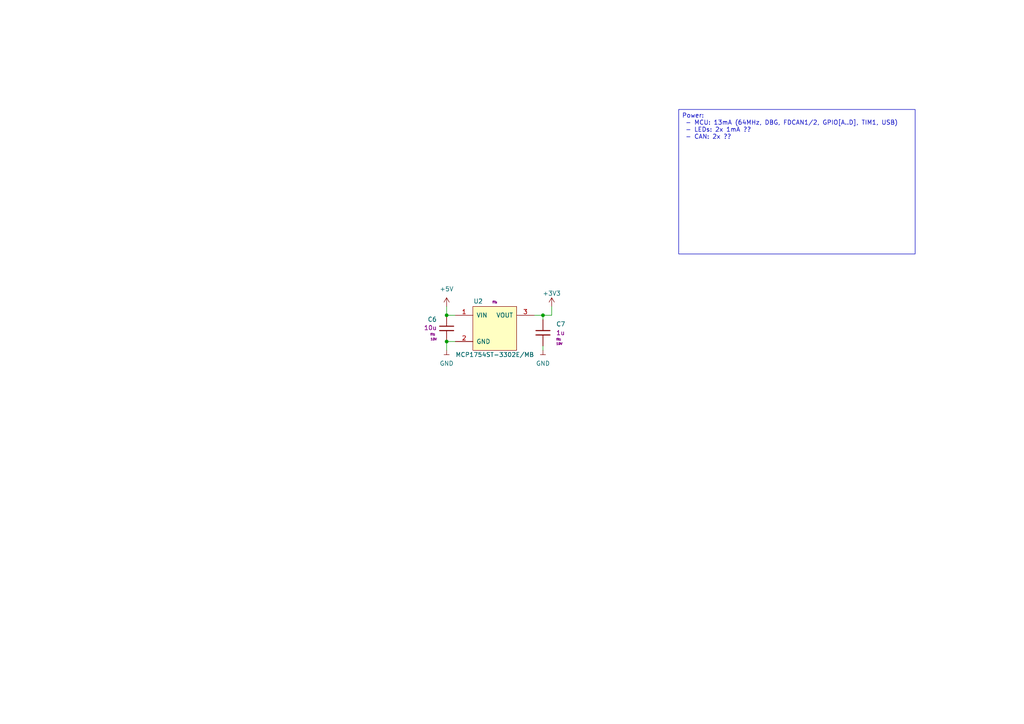
<source format=kicad_sch>
(kicad_sch (version 20231120) (generator "eeschema") (generator_version "8.0")
  (paper "A4")
  (title_block (title "Power") (date "2023-06-16") (rev "R${release}") (company "${company}") (comment 1 "${release_state}") (comment 2 "${prefix}-S${type_number}-R${release}-V${sch_variant}-C${sch_ci}") (comment 3 "hardware/${prefix}-S${type_number}_${short_desciption}"))
  (lib_symbols
    (symbol "Cap_10Percent_E24_0805_X7R_X7S_multipleV_-40C-125C:10u_0805_X7R_10%_10V_-40C..125C_Chip-Capacitor" (pin_numbers hide) (pin_names (offset 0.254))
      (property "Reference" "C" (at 0.635 2.54 0))
      (property "DisplayValue" "10u" (at 0.635 -2.54 0))
      (property "Fit" "fit: " (at 7.62 -3.81 0))
      (property "CapRatedVoltage" "10V" (at 0 0 0))
      (symbol "10u_0805_X7R_10%_10V_-40C..125C_Chip-Capacitor_0_1"
        (polyline (pts (xy -2.032 -0.635) (xy 2.032 -0.635)) (stroke (width 0.3048)))
        (polyline (pts (xy -2.032 0.635) (xy 2.032 0.635)) (stroke (width 0.3048)))
      )
      (symbol "10u_0805_X7R_10%_10V_-40C..125C_Chip-Capacitor_1_1"
        (pin passive line (at 0 3.81 270) (length 3.2004) (name "~") (number "1"))
        (pin passive line (at 0 -3.81 90) (length 2.9972) (name "~") (number "2"))
      )
    )
    (symbol "microchip:MCP1754ST-3302E/MB" (pin_names (offset 1.016))
      (property "Reference" "U" (at 0 10.16 0))
      (property "Value" "MCP1754ST-3302E/MB" (at 0 17.78 0))
      (property "Fit" "fit:" (at 0 -13.97 0))
      (symbol "MCP1754ST-3302E/MB_0_1"
        (rectangle (start -6.35 6.35) (end 6.35 -6.35) (fill (type background)))
      )
      (symbol "MCP1754ST-3302E/MB_1_1"
        (pin power_in line (at -11.43 3.81 0) (length 5.08) (name "VIN") (number "1"))
        (pin power_in line (at -11.43 -3.81 0) (length 5.08) (name "GND") (number "2"))
        (pin power_out line (at 11.43 3.81 180) (length 5.08) (name "VOUT") (number "3"))
      )
    )
    (symbol "powerport:+3V3" (power) (pin_names (offset 0))
      (property "Value" "+3V3" (at 0 3.556 0))
      (symbol "+3V3_0_1"
        (polyline (pts (xy -0.762 1.27) (xy 0 2.54)))
        (polyline (pts (xy 0 0) (xy 0 2.54)))
        (polyline (pts (xy 0 2.54) (xy 0.762 1.27)))
      )
      (symbol "+3V3_1_1"
        (pin power_in line (at 0 0 90) (length 0) hide (name "+3V3") (number "1"))
      )
    )
    (symbol "powerport:+5V" (power) (pin_names (offset 0))
      (property "Value" "+5V" (at 0 3.556 0))
      (symbol "+5V_0_1"
        (polyline (pts (xy -0.762 1.27) (xy 0 2.54)))
        (polyline (pts (xy 0 0) (xy 0 2.54)))
        (polyline (pts (xy 0 2.54) (xy 0.762 1.27)))
      )
      (symbol "+5V_1_1"
        (pin power_in line (at 0 0 90) (length 0) hide (name "+5V") (number "1"))
      )
    )
    (symbol "powerport:GND" (power) (pin_names (offset 0))
      (property "Value" "GND" (at 0 -2.54 0))
      (symbol "GND_0_1"
        (polyline (pts (xy -0.762 -1.27) (xy 0.762 -1.27)))
        (polyline (pts (xy 0 0) (xy 0 -1.27)))
      )
      (symbol "GND_1_1"
        (pin power_in line (at 0 0 270) (length 0) hide (name "GND") (number "1"))
      )
    )
  )
  (junction (at 157.48 91.44))
  (junction (at 129.54 99.06))
  (junction (at 129.54 91.44))
  (wire (pts (xy 154.94 91.44) (xy 157.48 91.44)))
  (wire (pts (xy 129.54 99.06) (xy 132.08 99.06)))
  (wire (pts (xy 157.48 91.44) (xy 160.02 91.44)))
  (wire (pts (xy 157.48 100.33) (xy 157.48 101.6)))
  (wire (pts (xy 157.48 92.71) (xy 157.48 91.44)))
  (wire (pts (xy 160.02 88.9) (xy 160.02 91.44)))
  (wire (pts (xy 129.54 99.06) (xy 129.54 101.6)))
  (wire (pts (xy 129.54 91.44) (xy 132.08 91.44)))
  (wire (pts (xy 129.54 88.9) (xy 129.54 91.44)))
  (text_box "Power:\n - MCU: 13mA (64MHz, DBG, FDCAN1/2, GPIO[A..D], TIM1, USB)\n - LEDs: 2x 1mA ??\n - CAN: 2x ??" (at 196.85 31.75 0) (size 68.58 41.91) (effects (font (size 1.27 1.27)) (justify left top)))
  (symbol (lib_id "powerport:+3V3") (at 160.02 88.9 0) (unit 1)
    (property "Reference" "#PWR029" (effects (hide yes)))
    (property "Value" "+3V3" (at 160.02 85.09 0))
  )
  (symbol (lib_id "powerport:+5V") (at 129.54 88.9 0) (unit 1)
    (property "Reference" "#PWR025" (effects (hide yes)))
    (property "Value" "+5V" (at 129.54 83.82 0))
  )
  (symbol (lib_id "powerport:GND") (at 129.54 101.6 0) (unit 1)
    (property "Reference" "#PWR026" (effects (hide yes)))
    (property "Value" "GND" (at 129.54 105.41 0))
  )
  (symbol (lib_id "Cap_10Percent_E24_0805_X7R_X7S_multipleV_-40C-125C:10u_0805_X7R_10%_10V_-40C..125C_Chip-Capacitor") (at 157.48 96.52 0) (unit 1) (in_bom no)
    (property "Reference" "C7" (at 161.29 93.9927 0) (effects (justify left)))
    (property "Value" "1u" (effects (hide yes)))
    (property "Footprint" "Capacitor_SMD:C_0603_1608Metric" (effects (hide yes)))
    (property "MPN" "any" (effects (hide yes)))
    (property "Manufacturer" "any" (effects (hide yes)))
    (property "DisplayValue" "1u" (at 161.29 96.5327 0) (effects (justify left)))
    (property "Fit" "fit: " (at 161.29 98.4377 0) (effects (font (size 0.635 0.635)) (justify left)))
    (property "State" "legacy" (effects (hide yes)))
    (property "CapRatedVoltage" "10V" (at 161.29 99.7077 0) (effects (font (size 0.635 0.635)) (justify left)))
    (property "Package" "0805" (effects (hide yes)))
    (property "note" "candlelight" (effects (hide yes)))
  )
  (symbol (lib_id "Cap_10Percent_E24_0805_X7R_X7S_multipleV_-40C-125C:10u_0805_X7R_10%_10V_-40C..125C_Chip-Capacitor") (at 129.54 95.25 0) (mirror y) (unit 1) (in_bom no)
    (property "Reference" "C6" (at 126.7206 92.6479 0) (effects (justify left)))
    (property "Value" "10u" (effects (hide yes)))
    (property "Footprint" "Capacitor_SMD:C_0603_1608Metric" (effects (hide yes)))
    (property "MPN" "any" (effects (hide yes)))
    (property "Manufacturer" "any" (effects (hide yes)))
    (property "DisplayValue" "10u" (at 126.7206 95.0722 0) (effects (justify left)))
    (property "Fit" "fit: " (at 126.7206 96.9857 0) (effects (font (size 0.635 0.635)) (justify left)))
    (property "State" "legacy" (effects (hide yes)))
    (property "CapRatedVoltage" "10V" (at 126.7206 98.3883 0) (effects (font (size 0.635 0.635)) (justify left)))
    (property "Package" "0805" (effects (hide yes)))
    (property "note" "candlelight" (effects (hide yes)))
  )
  (symbol (lib_id "microchip:MCP1754ST-3302E/MB") (at 143.51 95.25 0) (unit 1)
    (property "Reference" "U2" (at 138.684 87.376 0))
    (property "Value" "MCP1754ST-3302E/MB" (at 143.51 102.87 0))
    (property "Footprint" "Package_TO_SOT_SMD:SOT-89-3" (effects (hide yes)))
    (property "Datasheet" "https://ww1.microchip.com/downloads/en/DeviceDoc/20002276C.pdf" (effects (hide yes)))
    (property "Manufacturer" "Microchip" (effects (hide yes)))
    (property "MPN" "MCP1754ST-3302E/MB" (effects (hide yes)))
    (property "Fit" "fit:" (at 143.51 87.63 0) (effects (font (size 0.635 0.635))))
    (property "State" "reviewed" (effects (hide yes)))
    (property "Package" "SOT-89" (effects (hide yes)))
    (property "note" "candlelight" (effects (hide yes)))
    (property "digikey" "MCP1754ST-3302E/MBCT-ND" (effects (hide yes)))
  )
  (symbol (lib_id "powerport:GND") (at 157.48 101.6 0) (unit 1)
    (property "Reference" "#PWR028" (effects (hide yes)))
    (property "Value" "GND" (at 157.48 105.41 0))
  )
)
</source>
